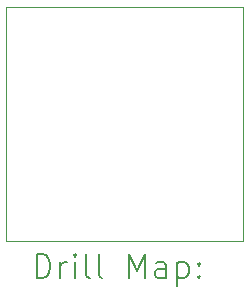
<source format=gbr>
%TF.GenerationSoftware,KiCad,Pcbnew,8.0.3*%
%TF.CreationDate,2024-07-18T23:12:03+02:00*%
%TF.ProjectId,Z570M_patice,5a353730-4d5f-4706-9174-6963652e6b69,rev?*%
%TF.SameCoordinates,Original*%
%TF.FileFunction,Drillmap*%
%TF.FilePolarity,Positive*%
%FSLAX45Y45*%
G04 Gerber Fmt 4.5, Leading zero omitted, Abs format (unit mm)*
G04 Created by KiCad (PCBNEW 8.0.3) date 2024-07-18 23:12:03*
%MOMM*%
%LPD*%
G01*
G04 APERTURE LIST*
%ADD10C,0.050000*%
%ADD11C,0.200000*%
G04 APERTURE END LIST*
D10*
X14500000Y-9015000D02*
X16505000Y-9015000D01*
X16505000Y-10995000D01*
X14500000Y-10995000D01*
X14500000Y-9015000D01*
D11*
X14758277Y-11308984D02*
X14758277Y-11108984D01*
X14758277Y-11108984D02*
X14805896Y-11108984D01*
X14805896Y-11108984D02*
X14834467Y-11118508D01*
X14834467Y-11118508D02*
X14853515Y-11137555D01*
X14853515Y-11137555D02*
X14863039Y-11156603D01*
X14863039Y-11156603D02*
X14872562Y-11194698D01*
X14872562Y-11194698D02*
X14872562Y-11223269D01*
X14872562Y-11223269D02*
X14863039Y-11261365D01*
X14863039Y-11261365D02*
X14853515Y-11280412D01*
X14853515Y-11280412D02*
X14834467Y-11299460D01*
X14834467Y-11299460D02*
X14805896Y-11308984D01*
X14805896Y-11308984D02*
X14758277Y-11308984D01*
X14958277Y-11308984D02*
X14958277Y-11175650D01*
X14958277Y-11213746D02*
X14967801Y-11194698D01*
X14967801Y-11194698D02*
X14977324Y-11185174D01*
X14977324Y-11185174D02*
X14996372Y-11175650D01*
X14996372Y-11175650D02*
X15015420Y-11175650D01*
X15082086Y-11308984D02*
X15082086Y-11175650D01*
X15082086Y-11108984D02*
X15072562Y-11118508D01*
X15072562Y-11118508D02*
X15082086Y-11128031D01*
X15082086Y-11128031D02*
X15091610Y-11118508D01*
X15091610Y-11118508D02*
X15082086Y-11108984D01*
X15082086Y-11108984D02*
X15082086Y-11128031D01*
X15205896Y-11308984D02*
X15186848Y-11299460D01*
X15186848Y-11299460D02*
X15177324Y-11280412D01*
X15177324Y-11280412D02*
X15177324Y-11108984D01*
X15310658Y-11308984D02*
X15291610Y-11299460D01*
X15291610Y-11299460D02*
X15282086Y-11280412D01*
X15282086Y-11280412D02*
X15282086Y-11108984D01*
X15539229Y-11308984D02*
X15539229Y-11108984D01*
X15539229Y-11108984D02*
X15605896Y-11251841D01*
X15605896Y-11251841D02*
X15672562Y-11108984D01*
X15672562Y-11108984D02*
X15672562Y-11308984D01*
X15853515Y-11308984D02*
X15853515Y-11204222D01*
X15853515Y-11204222D02*
X15843991Y-11185174D01*
X15843991Y-11185174D02*
X15824943Y-11175650D01*
X15824943Y-11175650D02*
X15786848Y-11175650D01*
X15786848Y-11175650D02*
X15767801Y-11185174D01*
X15853515Y-11299460D02*
X15834467Y-11308984D01*
X15834467Y-11308984D02*
X15786848Y-11308984D01*
X15786848Y-11308984D02*
X15767801Y-11299460D01*
X15767801Y-11299460D02*
X15758277Y-11280412D01*
X15758277Y-11280412D02*
X15758277Y-11261365D01*
X15758277Y-11261365D02*
X15767801Y-11242317D01*
X15767801Y-11242317D02*
X15786848Y-11232793D01*
X15786848Y-11232793D02*
X15834467Y-11232793D01*
X15834467Y-11232793D02*
X15853515Y-11223269D01*
X15948753Y-11175650D02*
X15948753Y-11375650D01*
X15948753Y-11185174D02*
X15967801Y-11175650D01*
X15967801Y-11175650D02*
X16005896Y-11175650D01*
X16005896Y-11175650D02*
X16024943Y-11185174D01*
X16024943Y-11185174D02*
X16034467Y-11194698D01*
X16034467Y-11194698D02*
X16043991Y-11213746D01*
X16043991Y-11213746D02*
X16043991Y-11270888D01*
X16043991Y-11270888D02*
X16034467Y-11289936D01*
X16034467Y-11289936D02*
X16024943Y-11299460D01*
X16024943Y-11299460D02*
X16005896Y-11308984D01*
X16005896Y-11308984D02*
X15967801Y-11308984D01*
X15967801Y-11308984D02*
X15948753Y-11299460D01*
X16129705Y-11289936D02*
X16139229Y-11299460D01*
X16139229Y-11299460D02*
X16129705Y-11308984D01*
X16129705Y-11308984D02*
X16120182Y-11299460D01*
X16120182Y-11299460D02*
X16129705Y-11289936D01*
X16129705Y-11289936D02*
X16129705Y-11308984D01*
X16129705Y-11185174D02*
X16139229Y-11194698D01*
X16139229Y-11194698D02*
X16129705Y-11204222D01*
X16129705Y-11204222D02*
X16120182Y-11194698D01*
X16120182Y-11194698D02*
X16129705Y-11185174D01*
X16129705Y-11185174D02*
X16129705Y-11204222D01*
M02*

</source>
